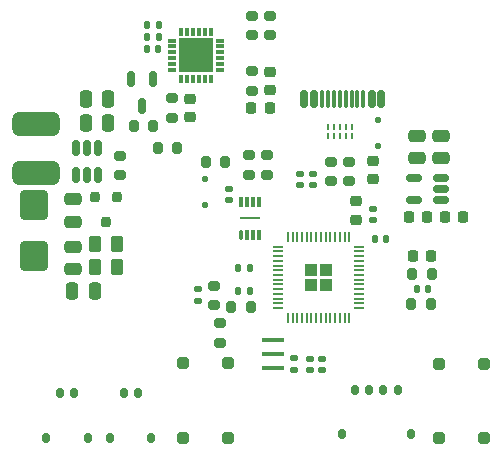
<source format=gbr>
%TF.GenerationSoftware,KiCad,Pcbnew,8.0.1-8.0.1-1~ubuntu22.04.1*%
%TF.CreationDate,2024-06-15T20:16:41+10:00*%
%TF.ProjectId,Machine-Controller,4d616368-696e-4652-9d43-6f6e74726f6c,rev?*%
%TF.SameCoordinates,Original*%
%TF.FileFunction,Paste,Top*%
%TF.FilePolarity,Positive*%
%FSLAX46Y46*%
G04 Gerber Fmt 4.6, Leading zero omitted, Abs format (unit mm)*
G04 Created by KiCad (PCBNEW 8.0.1-8.0.1-1~ubuntu22.04.1) date 2024-06-15 20:16:41*
%MOMM*%
%LPD*%
G01*
G04 APERTURE LIST*
G04 Aperture macros list*
%AMRoundRect*
0 Rectangle with rounded corners*
0 $1 Rounding radius*
0 $2 $3 $4 $5 $6 $7 $8 $9 X,Y pos of 4 corners*
0 Add a 4 corners polygon primitive as box body*
4,1,4,$2,$3,$4,$5,$6,$7,$8,$9,$2,$3,0*
0 Add four circle primitives for the rounded corners*
1,1,$1+$1,$2,$3*
1,1,$1+$1,$4,$5*
1,1,$1+$1,$6,$7*
1,1,$1+$1,$8,$9*
0 Add four rect primitives between the rounded corners*
20,1,$1+$1,$2,$3,$4,$5,0*
20,1,$1+$1,$4,$5,$6,$7,0*
20,1,$1+$1,$6,$7,$8,$9,0*
20,1,$1+$1,$8,$9,$2,$3,0*%
G04 Aperture macros list end*
%ADD10RoundRect,0.225000X0.225000X0.250000X-0.225000X0.250000X-0.225000X-0.250000X0.225000X-0.250000X0*%
%ADD11RoundRect,0.250000X-0.262500X-0.450000X0.262500X-0.450000X0.262500X0.450000X-0.262500X0.450000X0*%
%ADD12RoundRect,0.200000X0.275000X-0.200000X0.275000X0.200000X-0.275000X0.200000X-0.275000X-0.200000X0*%
%ADD13RoundRect,0.500000X-1.500000X0.500000X-1.500000X-0.500000X1.500000X-0.500000X1.500000X0.500000X0*%
%ADD14RoundRect,0.075000X-0.300000X0.075000X-0.300000X-0.075000X0.300000X-0.075000X0.300000X0.075000X0*%
%ADD15RoundRect,0.075000X0.075000X0.300000X-0.075000X0.300000X-0.075000X-0.300000X0.075000X-0.300000X0*%
%ADD16R,2.850000X2.850000*%
%ADD17RoundRect,0.200000X-0.200000X0.250000X-0.200000X-0.250000X0.200000X-0.250000X0.200000X0.250000X0*%
%ADD18RoundRect,0.200000X-0.275000X0.200000X-0.275000X-0.200000X0.275000X-0.200000X0.275000X0.200000X0*%
%ADD19RoundRect,0.218750X-0.218750X-0.256250X0.218750X-0.256250X0.218750X0.256250X-0.218750X0.256250X0*%
%ADD20RoundRect,0.200000X0.200000X0.275000X-0.200000X0.275000X-0.200000X-0.275000X0.200000X-0.275000X0*%
%ADD21RoundRect,0.150000X0.150000X-0.512500X0.150000X0.512500X-0.150000X0.512500X-0.150000X-0.512500X0*%
%ADD22RoundRect,0.125000X0.125000X-0.125000X0.125000X0.125000X-0.125000X0.125000X-0.125000X-0.125000X0*%
%ADD23RoundRect,0.250000X0.250000X-0.250000X0.250000X0.250000X-0.250000X0.250000X-0.250000X-0.250000X0*%
%ADD24RoundRect,0.140000X0.140000X0.170000X-0.140000X0.170000X-0.140000X-0.170000X0.140000X-0.170000X0*%
%ADD25RoundRect,0.140000X0.170000X-0.140000X0.170000X0.140000X-0.170000X0.140000X-0.170000X-0.140000X0*%
%ADD26RoundRect,0.200000X-0.200000X-0.275000X0.200000X-0.275000X0.200000X0.275000X-0.200000X0.275000X0*%
%ADD27RoundRect,0.150000X0.512500X0.150000X-0.512500X0.150000X-0.512500X-0.150000X0.512500X-0.150000X0*%
%ADD28RoundRect,0.250000X0.250000X0.475000X-0.250000X0.475000X-0.250000X-0.475000X0.250000X-0.475000X0*%
%ADD29RoundRect,0.250000X-0.292217X-0.292217X0.292217X-0.292217X0.292217X0.292217X-0.292217X0.292217X0*%
%ADD30RoundRect,0.050000X-0.387500X-0.050000X0.387500X-0.050000X0.387500X0.050000X-0.387500X0.050000X0*%
%ADD31RoundRect,0.050000X-0.050000X-0.387500X0.050000X-0.387500X0.050000X0.387500X-0.050000X0.387500X0*%
%ADD32O,0.300000X0.900000*%
%ADD33RoundRect,0.075000X0.075000X0.375000X-0.075000X0.375000X-0.075000X-0.375000X0.075000X-0.375000X0*%
%ADD34RoundRect,0.062500X0.762500X-0.062500X0.762500X0.062500X-0.762500X0.062500X-0.762500X-0.062500X0*%
%ADD35RoundRect,0.150000X-0.150000X-0.275000X0.150000X-0.275000X0.150000X0.275000X-0.150000X0.275000X0*%
%ADD36RoundRect,0.175000X-0.175000X-0.225000X0.175000X-0.225000X0.175000X0.225000X-0.175000X0.225000X0*%
%ADD37RoundRect,0.140000X-0.140000X-0.170000X0.140000X-0.170000X0.140000X0.170000X-0.140000X0.170000X0*%
%ADD38RoundRect,0.150000X0.150000X0.575000X-0.150000X0.575000X-0.150000X-0.575000X0.150000X-0.575000X0*%
%ADD39RoundRect,0.075000X0.075000X0.650000X-0.075000X0.650000X-0.075000X-0.650000X0.075000X-0.650000X0*%
%ADD40RoundRect,0.225000X0.250000X-0.225000X0.250000X0.225000X-0.250000X0.225000X-0.250000X-0.225000X0*%
%ADD41RoundRect,0.050000X-0.050000X-0.187500X0.050000X-0.187500X0.050000X0.187500X-0.050000X0.187500X0*%
%ADD42RoundRect,0.250000X-0.475000X0.250000X-0.475000X-0.250000X0.475000X-0.250000X0.475000X0.250000X0*%
%ADD43RoundRect,0.140000X-0.170000X0.140000X-0.170000X-0.140000X0.170000X-0.140000X0.170000X0.140000X0*%
%ADD44RoundRect,0.225000X-0.225000X-0.250000X0.225000X-0.250000X0.225000X0.250000X-0.225000X0.250000X0*%
%ADD45RoundRect,0.135000X0.185000X-0.135000X0.185000X0.135000X-0.185000X0.135000X-0.185000X-0.135000X0*%
%ADD46RoundRect,0.125000X-0.125000X0.125000X-0.125000X-0.125000X0.125000X-0.125000X0.125000X0.125000X0*%
%ADD47O,1.900000X0.400000*%
%ADD48RoundRect,0.100000X-0.850000X0.100000X-0.850000X-0.100000X0.850000X-0.100000X0.850000X0.100000X0*%
%ADD49RoundRect,0.250000X0.900000X-1.000000X0.900000X1.000000X-0.900000X1.000000X-0.900000X-1.000000X0*%
%ADD50RoundRect,0.135000X-0.185000X0.135000X-0.185000X-0.135000X0.185000X-0.135000X0.185000X0.135000X0*%
%ADD51RoundRect,0.150000X-0.150000X0.512500X-0.150000X-0.512500X0.150000X-0.512500X0.150000X0.512500X0*%
G04 APERTURE END LIST*
D10*
%TO.C,C4*%
X162306000Y-81788000D03*
X160756000Y-81788000D03*
%TD*%
D11*
%TO.C,R1*%
X134215500Y-85979000D03*
X136040500Y-85979000D03*
%TD*%
D12*
%TO.C,R11*%
X148971000Y-66357000D03*
X148971000Y-64707000D03*
%TD*%
D13*
%TO.C,L1*%
X129159000Y-73896000D03*
X129159000Y-77996000D03*
%TD*%
D14*
%TO.C,U4*%
X144748000Y-69322000D03*
X144748000Y-68822000D03*
X144748000Y-68322000D03*
X144748000Y-67822000D03*
X144748000Y-67322000D03*
X144748000Y-66822000D03*
D15*
X143998000Y-66072000D03*
X143498000Y-66072000D03*
X142998000Y-66072000D03*
X142498000Y-66072000D03*
X141998000Y-66072000D03*
X141498000Y-66072000D03*
D14*
X140748000Y-66822000D03*
X140748000Y-67322000D03*
X140748000Y-67822000D03*
X140748000Y-68322000D03*
X140748000Y-68822000D03*
X140748000Y-69322000D03*
D15*
X141498000Y-70072000D03*
X141998000Y-70072000D03*
X142498000Y-70072000D03*
X142998000Y-70072000D03*
X143498000Y-70072000D03*
X143998000Y-70072000D03*
D16*
X142748000Y-68072000D03*
%TD*%
D17*
%TO.C,Q1*%
X136078000Y-80103000D03*
X134178000Y-80103000D03*
X135128000Y-82203000D03*
%TD*%
D18*
%TO.C,R9*%
X144234800Y-87567000D03*
X144234800Y-89217000D03*
%TD*%
D12*
%TO.C,R14*%
X154178000Y-78737000D03*
X154178000Y-77087000D03*
%TD*%
D19*
%TO.C,D2*%
X161100300Y-85024000D03*
X162675300Y-85024000D03*
%TD*%
D20*
%TO.C,R10*%
X147383000Y-89408000D03*
X145733000Y-89408000D03*
%TD*%
D21*
%TO.C,U1*%
X132577800Y-78226500D03*
X133527800Y-78226500D03*
X134477800Y-78226500D03*
X134477800Y-75951500D03*
X133527800Y-75951500D03*
X132577800Y-75951500D03*
%TD*%
D22*
%TO.C,D3*%
X158115000Y-75776000D03*
X158115000Y-73576000D03*
%TD*%
D23*
%TO.C,SW3*%
X163289800Y-100493000D03*
X163289800Y-94193000D03*
X167089800Y-100493000D03*
X167089800Y-94193000D03*
%TD*%
D24*
%TO.C,TH1*%
X139573000Y-66548000D03*
X138613000Y-66548000D03*
%TD*%
D25*
%TO.C,C18*%
X151511000Y-79093000D03*
X151511000Y-78133000D03*
%TD*%
D26*
%TO.C,R16*%
X139510000Y-75946000D03*
X141160000Y-75946000D03*
%TD*%
%TO.C,R13*%
X161062800Y-86547999D03*
X162712800Y-86547999D03*
%TD*%
D27*
%TO.C,U3*%
X163443500Y-80325000D03*
X163443500Y-79375000D03*
X163443500Y-78425000D03*
X161168500Y-78425000D03*
X161168500Y-80325000D03*
%TD*%
D28*
%TO.C,C1*%
X135316000Y-73787000D03*
X133416000Y-73787000D03*
%TD*%
D29*
%TO.C,U5*%
X152478800Y-86237500D03*
X152478800Y-87512500D03*
X153753800Y-86237500D03*
X153753800Y-87512500D03*
D30*
X149678800Y-84275000D03*
X149678800Y-84675000D03*
X149678800Y-85075000D03*
X149678800Y-85475000D03*
X149678800Y-85875000D03*
X149678800Y-86275000D03*
X149678800Y-86675000D03*
X149678800Y-87075000D03*
X149678800Y-87475000D03*
X149678800Y-87875000D03*
X149678800Y-88275000D03*
X149678800Y-88675000D03*
X149678800Y-89075000D03*
X149678800Y-89475000D03*
D31*
X150516300Y-90312500D03*
X150916300Y-90312500D03*
X151316300Y-90312500D03*
X151716300Y-90312500D03*
X152116300Y-90312500D03*
X152516300Y-90312500D03*
X152916300Y-90312500D03*
X153316300Y-90312500D03*
X153716300Y-90312500D03*
X154116300Y-90312500D03*
X154516300Y-90312500D03*
X154916300Y-90312500D03*
X155316300Y-90312500D03*
X155716300Y-90312500D03*
D30*
X156553800Y-89475000D03*
X156553800Y-89075000D03*
X156553800Y-88675000D03*
X156553800Y-88275000D03*
X156553800Y-87875000D03*
X156553800Y-87475000D03*
X156553800Y-87075000D03*
X156553800Y-86675000D03*
X156553800Y-86275000D03*
X156553800Y-85875000D03*
X156553800Y-85475000D03*
X156553800Y-85075000D03*
X156553800Y-84675000D03*
X156553800Y-84275000D03*
D31*
X155716300Y-83437500D03*
X155316300Y-83437500D03*
X154916300Y-83437500D03*
X154516300Y-83437500D03*
X154116300Y-83437500D03*
X153716300Y-83437500D03*
X153316300Y-83437500D03*
X152916300Y-83437500D03*
X152516300Y-83437500D03*
X152116300Y-83437500D03*
X151716300Y-83437500D03*
X151316300Y-83437500D03*
X150916300Y-83437500D03*
X150516300Y-83437500D03*
%TD*%
D25*
%TO.C,C16*%
X145542000Y-80363000D03*
X145542000Y-79403000D03*
%TD*%
D28*
%TO.C,C6*%
X134173000Y-88011000D03*
X132273000Y-88011000D03*
%TD*%
D32*
%TO.C,U2*%
X146568300Y-83249000D03*
D33*
X147068300Y-83249000D03*
X147568300Y-83249000D03*
X148068300Y-83249000D03*
X148068300Y-80449000D03*
X147568300Y-80449000D03*
X147068300Y-80449000D03*
X146568300Y-80449000D03*
D34*
X147318300Y-81849000D03*
%TD*%
D35*
%TO.C,J2*%
X156212000Y-96391000D03*
X157412000Y-96391000D03*
X158612000Y-96391000D03*
X159812000Y-96391000D03*
D36*
X155062000Y-100166000D03*
X160962000Y-100166000D03*
%TD*%
D10*
%TO.C,C25*%
X148984000Y-72517000D03*
X147434000Y-72517000D03*
%TD*%
D37*
%TO.C,C14*%
X157889000Y-83627000D03*
X158849000Y-83627000D03*
%TD*%
D35*
%TO.C,J7*%
X131226000Y-96682000D03*
X132426000Y-96682000D03*
D36*
X130076000Y-100457000D03*
X133576000Y-100457000D03*
%TD*%
D38*
%TO.C,J6*%
X158410000Y-71742000D03*
X157610000Y-71742000D03*
D39*
X156410000Y-71742000D03*
X155410000Y-71742000D03*
X154910000Y-71742000D03*
X153910000Y-71742000D03*
D38*
X152710000Y-71742000D03*
X151910000Y-71742000D03*
X151910000Y-71742000D03*
X152710000Y-71742000D03*
D39*
X153410000Y-71742000D03*
X154410000Y-71742000D03*
X155910000Y-71742000D03*
X156910000Y-71742000D03*
D38*
X157610000Y-71742000D03*
X158410000Y-71742000D03*
%TD*%
D18*
%TO.C,R2*%
X136271000Y-76588800D03*
X136271000Y-78238800D03*
%TD*%
D40*
%TO.C,C17*%
X157696800Y-78560000D03*
X157696800Y-77010000D03*
%TD*%
D25*
%TO.C,C15*%
X157734000Y-82014000D03*
X157734000Y-81054000D03*
%TD*%
D20*
%TO.C,R4*%
X162623000Y-89154000D03*
X160973000Y-89154000D03*
%TD*%
D40*
%TO.C,C7*%
X156299800Y-81989000D03*
X156299800Y-80439000D03*
%TD*%
D41*
%TO.C,D6*%
X153940000Y-74930000D03*
X154440000Y-74930000D03*
X154940000Y-74930000D03*
X155440000Y-74930000D03*
X155940000Y-74930000D03*
X155940000Y-74154000D03*
X155440000Y-74154000D03*
X154940000Y-74154000D03*
X154440000Y-74154000D03*
X153940000Y-74154000D03*
%TD*%
D37*
%TO.C,C8*%
X138613000Y-65532000D03*
X139573000Y-65532000D03*
%TD*%
D11*
%TO.C,R7*%
X134215500Y-84074000D03*
X136040500Y-84074000D03*
%TD*%
D24*
%TO.C,C11*%
X147292000Y-88011000D03*
X146332000Y-88011000D03*
%TD*%
D42*
%TO.C,C21*%
X161416997Y-74869002D03*
X161416997Y-76769000D03*
%TD*%
D26*
%TO.C,R17*%
X137478000Y-74041000D03*
X139128000Y-74041000D03*
%TD*%
D40*
%TO.C,C26*%
X148971000Y-71006000D03*
X148971000Y-69456000D03*
%TD*%
D25*
%TO.C,C9*%
X152654000Y-79093000D03*
X152654000Y-78133000D03*
%TD*%
D18*
%TO.C,R21*%
X147193000Y-76518000D03*
X147193000Y-78168000D03*
%TD*%
D43*
%TO.C,C13*%
X152400000Y-93754000D03*
X152400000Y-94714000D03*
%TD*%
D44*
%TO.C,C5*%
X163817000Y-81788000D03*
X165367000Y-81788000D03*
%TD*%
D18*
%TO.C,R18*%
X140716000Y-71692000D03*
X140716000Y-73342000D03*
%TD*%
D23*
%TO.C,SW4*%
X141610000Y-100431999D03*
X141610000Y-94132001D03*
X145410000Y-100431999D03*
X145410000Y-94132001D03*
%TD*%
D40*
%TO.C,C23*%
X142240000Y-73292000D03*
X142240000Y-71742000D03*
%TD*%
D24*
%TO.C,C12*%
X147292000Y-86106000D03*
X146332000Y-86106000D03*
%TD*%
D35*
%TO.C,J4*%
X136614800Y-96677000D03*
X137814800Y-96677000D03*
D36*
X135464800Y-100452000D03*
X138964800Y-100452000D03*
%TD*%
D45*
%TO.C,R5*%
X151003000Y-94744000D03*
X151003000Y-93724000D03*
%TD*%
D46*
%TO.C,D4*%
X143510000Y-78572001D03*
X143510000Y-80772001D03*
%TD*%
D28*
%TO.C,C20*%
X135316000Y-71755000D03*
X133416000Y-71755000D03*
%TD*%
D43*
%TO.C,C19*%
X153416000Y-93754000D03*
X153416000Y-94714000D03*
%TD*%
D47*
%TO.C,Y2*%
X149225000Y-92163500D03*
D48*
X149225000Y-93363500D03*
X149225000Y-94563500D03*
%TD*%
D37*
%TO.C,C10*%
X161445000Y-87884000D03*
X162405000Y-87884000D03*
%TD*%
D42*
%TO.C,C22*%
X132334000Y-84267000D03*
X132334000Y-86167000D03*
%TD*%
D12*
%TO.C,R15*%
X155702000Y-78738000D03*
X155702000Y-77088000D03*
%TD*%
D20*
%TO.C,R6*%
X145224000Y-77089000D03*
X143574000Y-77089000D03*
%TD*%
D18*
%TO.C,R19*%
X147447000Y-69406000D03*
X147447000Y-71056000D03*
%TD*%
%TO.C,R3*%
X144780000Y-90742000D03*
X144780000Y-92392000D03*
%TD*%
D42*
%TO.C,C2*%
X132334000Y-80264000D03*
X132334000Y-82164000D03*
%TD*%
D49*
%TO.C,D5*%
X129032000Y-85081000D03*
X129032000Y-80781000D03*
%TD*%
D37*
%TO.C,C24*%
X138585000Y-67564000D03*
X139545000Y-67564000D03*
%TD*%
D12*
%TO.C,R12*%
X147447000Y-66357000D03*
X147447000Y-64707000D03*
%TD*%
D50*
%TO.C,R8*%
X142875000Y-87882000D03*
X142875000Y-88902000D03*
%TD*%
D51*
%TO.C,D1*%
X139125999Y-70109500D03*
X137226001Y-70109500D03*
X138176000Y-72384500D03*
%TD*%
D42*
%TO.C,C3*%
X163449000Y-74869001D03*
X163449000Y-76768999D03*
%TD*%
D18*
%TO.C,R20*%
X148717000Y-76518000D03*
X148717000Y-78168000D03*
%TD*%
M02*

</source>
